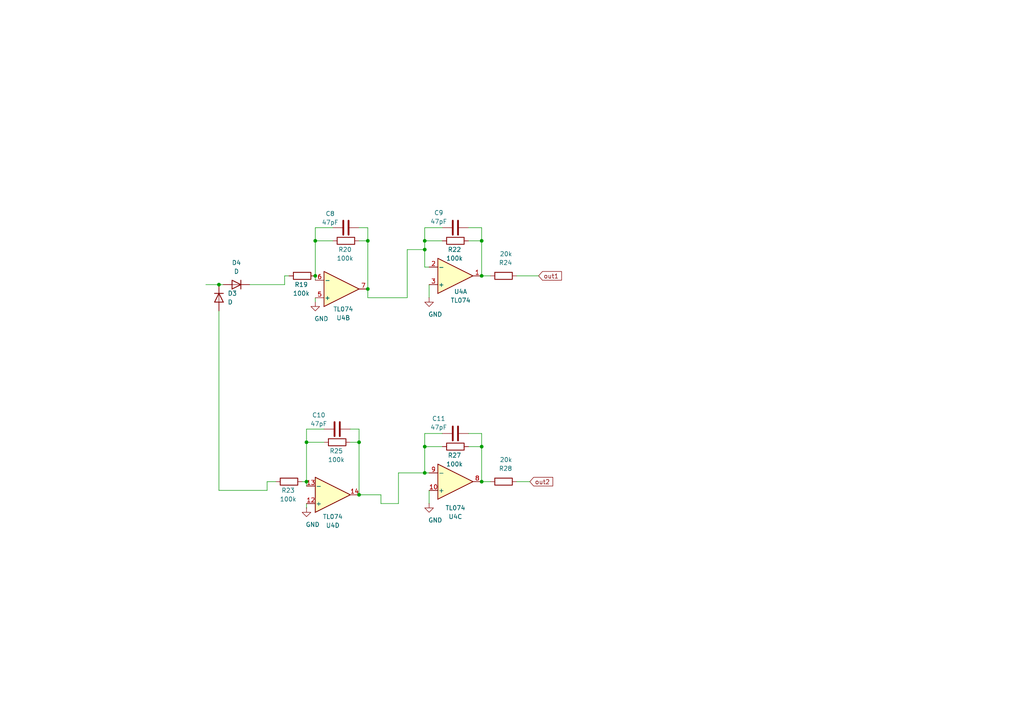
<source format=kicad_sch>
(kicad_sch (version 20231120) (generator "eeschema") (generator_version "8.0")
  (paper "A4")
  (lib_symbols
    (symbol "Amplifier_Operational:TL074" (pin_names (offset 0.127))
      (property "Reference" "U" (at 0 5.08 0))
      (property "Value" "TL074" (at 0 -5.08 0))
      (symbol "TL074_1_1"
        (polyline (pts (xy -5.08 5.08) (xy 5.08 0) (xy -5.08 -5.08) (xy -5.08 5.08)) (stroke (width 0.254)) (fill (type background)))
        (pin output line (at 7.62 0 180) (length 2.54) (name "~") (number "1"))
        (pin input line (at -7.62 -2.54 0) (length 2.54) (name "-") (number "2"))
        (pin input line (at -7.62 2.54 0) (length 2.54) (name "+") (number "3"))
      )
      (symbol "TL074_2_1"
        (polyline (pts (xy -5.08 5.08) (xy 5.08 0) (xy -5.08 -5.08) (xy -5.08 5.08)) (stroke (width 0.254)) (fill (type background)))
        (pin input line (at -7.62 2.54 0) (length 2.54) (name "+") (number "5"))
        (pin input line (at -7.62 -2.54 0) (length 2.54) (name "-") (number "6"))
        (pin output line (at 7.62 0 180) (length 2.54) (name "~") (number "7"))
      )
      (symbol "TL074_3_1"
        (polyline (pts (xy -5.08 5.08) (xy 5.08 0) (xy -5.08 -5.08) (xy -5.08 5.08)) (stroke (width 0.254)) (fill (type background)))
        (pin input line (at -7.62 2.54 0) (length 2.54) (name "+") (number "10"))
        (pin output line (at 7.62 0 180) (length 2.54) (name "~") (number "8"))
        (pin input line (at -7.62 -2.54 0) (length 2.54) (name "-") (number "9"))
      )
      (symbol "TL074_4_1"
        (polyline (pts (xy -5.08 5.08) (xy 5.08 0) (xy -5.08 -5.08) (xy -5.08 5.08)) (stroke (width 0.254)) (fill (type background)))
        (pin input line (at -7.62 2.54 0) (length 2.54) (name "+") (number "12"))
        (pin input line (at -7.62 -2.54 0) (length 2.54) (name "-") (number "13"))
        (pin output line (at 7.62 0 180) (length 2.54) (name "~") (number "14"))
      )
      (symbol "TL074_5_1"
        (pin power_in line (at -2.54 -7.62 90) (length 3.81) (name "V-") (number "11"))
        (pin power_in line (at -2.54 7.62 270) (length 3.81) (name "V+") (number "4"))
      )
    )
    (symbol "Device:C" (pin_numbers hide) (pin_names (offset 0.254))
      (property "Reference" "C" (at 0.635 2.54 0))
      (property "Value" "C" (at 0.635 -2.54 0))
      (symbol "C_0_1"
        (polyline (pts (xy -2.032 -0.762) (xy 2.032 -0.762)) (stroke (width 0.508)))
        (polyline (pts (xy -2.032 0.762) (xy 2.032 0.762)) (stroke (width 0.508)))
      )
      (symbol "C_1_1"
        (pin passive line (at 0 3.81 270) (length 2.794) (name "~") (number "1"))
        (pin passive line (at 0 -3.81 90) (length 2.794) (name "~") (number "2"))
      )
    )
    (symbol "Device:D" (pin_numbers hide) (pin_names (offset 1.016) hide)
      (property "Reference" "D" (at 0 2.54 0))
      (property "Value" "D" (at 0 -2.54 0))
      (symbol "D_0_1"
        (polyline (pts (xy -1.27 1.27) (xy -1.27 -1.27)) (stroke (width 0.254)))
        (polyline (pts (xy 1.27 0) (xy -1.27 0)))
        (polyline (pts (xy 1.27 1.27) (xy 1.27 -1.27) (xy -1.27 0) (xy 1.27 1.27)) (stroke (width 0.254)))
      )
      (symbol "D_1_1"
        (pin passive line (at -3.81 0 0) (length 2.54) (name "K") (number "1"))
        (pin passive line (at 3.81 0 180) (length 2.54) (name "A") (number "2"))
      )
    )
    (symbol "Device:R" (pin_numbers hide) (pin_names (offset 0))
      (property "Reference" "R" (at 2.032 0 90))
      (property "Value" "R" (at 0 0 90))
      (symbol "R_0_1"
        (rectangle (start -1.016 -2.54) (end 1.016 2.54) (stroke (width 0.254)))
      )
      (symbol "R_1_1"
        (pin passive line (at 0 3.81 270) (length 1.27) (name "~") (number "1"))
        (pin passive line (at 0 -3.81 90) (length 1.27) (name "~") (number "2"))
      )
    )
    (symbol "power:GND" (power) (pin_numbers hide) (pin_names (offset 0) hide)
      (property "Value" "GND" (at 0 -3.81 0))
      (symbol "GND_0_1"
        (polyline (pts (xy 0 0) (xy 0 -1.27) (xy 1.27 -1.27) (xy 0 -2.54) (xy -1.27 -1.27) (xy 0 -1.27)))
      )
      (symbol "GND_1_1"
        (pin power_in line (at 0 0 270) (length 0) (name "~") (number "1"))
      )
    )
  )
  (junction (at 91.44 69.85))
  (junction (at 123.19 137.16))
  (junction (at 106.68 69.85))
  (junction (at 123.19 129.54))
  (junction (at 63.5 82.55))
  (junction (at 91.44 80.01))
  (junction (at 104.14 128.27))
  (junction (at 139.7 139.7))
  (junction (at 123.19 69.85))
  (junction (at 123.19 72.39))
  (junction (at 139.7 80.01))
  (junction (at 104.14 143.51))
  (junction (at 139.7 69.85))
  (junction (at 139.7 129.54))
  (junction (at 88.9 128.27))
  (junction (at 106.68 83.82))
  (junction (at 88.9 139.7))
  (wire (pts (xy 91.44 69.85) (xy 96.52 69.85)))
  (wire (pts (xy 135.89 69.85) (xy 139.7 69.85)))
  (wire (pts (xy 91.44 69.85) (xy 91.44 80.01)))
  (wire (pts (xy 149.86 80.01) (xy 156.21 80.01)))
  (wire (pts (xy 104.14 124.46) (xy 101.6 124.46)))
  (wire (pts (xy 63.5 90.17) (xy 63.5 142.24)))
  (wire (pts (xy 149.86 139.7) (xy 153.67 139.7)))
  (wire (pts (xy 139.7 139.7) (xy 142.24 139.7)))
  (wire (pts (xy 123.19 72.39) (xy 123.19 77.47)))
  (wire (pts (xy 77.47 139.7) (xy 80.01 139.7)))
  (wire (pts (xy 139.7 129.54) (xy 139.7 139.7)))
  (wire (pts (xy 115.57 137.16) (xy 123.19 137.16)))
  (wire (pts (xy 104.14 143.51) (xy 110.49 143.51)))
  (wire (pts (xy 110.49 146.05) (xy 115.57 146.05)))
  (wire (pts (xy 123.19 66.04) (xy 128.27 66.04)))
  (wire (pts (xy 106.68 66.04) (xy 104.14 66.04)))
  (wire (pts (xy 88.9 124.46) (xy 93.98 124.46)))
  (wire (pts (xy 123.19 69.85) (xy 123.19 72.39)))
  (wire (pts (xy 72.39 82.55) (xy 82.55 82.55)))
  (wire (pts (xy 139.7 66.04) (xy 139.7 69.85)))
  (wire (pts (xy 123.19 125.73) (xy 123.19 129.54)))
  (wire (pts (xy 88.9 139.7) (xy 87.63 139.7)))
  (wire (pts (xy 104.14 128.27) (xy 104.14 143.51)))
  (wire (pts (xy 106.68 69.85) (xy 106.68 83.82)))
  (wire (pts (xy 115.57 137.16) (xy 115.57 146.05)))
  (wire (pts (xy 123.19 125.73) (xy 128.27 125.73)))
  (wire (pts (xy 88.9 128.27) (xy 93.98 128.27)))
  (wire (pts (xy 118.11 72.39) (xy 123.19 72.39)))
  (wire (pts (xy 139.7 125.73) (xy 135.89 125.73)))
  (wire (pts (xy 106.68 86.36) (xy 106.68 83.82)))
  (wire (pts (xy 77.47 139.7) (xy 77.47 142.24)))
  (wire (pts (xy 123.19 69.85) (xy 128.27 69.85)))
  (wire (pts (xy 123.19 129.54) (xy 128.27 129.54)))
  (wire (pts (xy 123.19 137.16) (xy 124.46 137.16)))
  (wire (pts (xy 139.7 80.01) (xy 142.24 80.01)))
  (wire (pts (xy 63.5 82.55) (xy 64.77 82.55)))
  (wire (pts (xy 91.44 81.28) (xy 91.44 80.01)))
  (wire (pts (xy 106.68 66.04) (xy 106.68 69.85)))
  (wire (pts (xy 88.9 128.27) (xy 88.9 139.7)))
  (wire (pts (xy 124.46 86.36) (xy 124.46 82.55)))
  (wire (pts (xy 88.9 146.05) (xy 88.9 147.32)))
  (wire (pts (xy 82.55 80.01) (xy 82.55 82.55)))
  (wire (pts (xy 101.6 128.27) (xy 104.14 128.27)))
  (wire (pts (xy 123.19 77.47) (xy 124.46 77.47)))
  (wire (pts (xy 104.14 69.85) (xy 106.68 69.85)))
  (wire (pts (xy 139.7 69.85) (xy 139.7 80.01)))
  (wire (pts (xy 139.7 125.73) (xy 139.7 129.54)))
  (wire (pts (xy 123.19 129.54) (xy 123.19 137.16)))
  (wire (pts (xy 106.68 86.36) (xy 118.11 86.36)))
  (wire (pts (xy 139.7 66.04) (xy 135.89 66.04)))
  (wire (pts (xy 110.49 143.51) (xy 110.49 146.05)))
  (wire (pts (xy 91.44 87.63) (xy 91.44 86.36)))
  (wire (pts (xy 124.46 146.05) (xy 124.46 142.24)))
  (wire (pts (xy 88.9 124.46) (xy 88.9 128.27)))
  (wire (pts (xy 88.9 140.97) (xy 88.9 139.7)))
  (wire (pts (xy 118.11 72.39) (xy 118.11 86.36)))
  (wire (pts (xy 83.82 80.01) (xy 82.55 80.01)))
  (wire (pts (xy 135.89 129.54) (xy 139.7 129.54)))
  (wire (pts (xy 104.14 124.46) (xy 104.14 128.27)))
  (wire (pts (xy 123.19 66.04) (xy 123.19 69.85)))
  (wire (pts (xy 91.44 66.04) (xy 91.44 69.85)))
  (wire (pts (xy 59.69 82.55) (xy 63.5 82.55)))
  (wire (pts (xy 63.5 142.24) (xy 77.47 142.24)))
  (wire (pts (xy 91.44 66.04) (xy 96.52 66.04)))
  (global_label "out1" (shape input) (at 156.21 80.01 0) (property "Intersheetrefs" "${INTERSHEET_REFS}" (effects (hide yes))))
  (global_label "out2" (shape input) (at 153.67 139.7 0) (property "Intersheetrefs" "${INTERSHEET_REFS}" (effects (hide yes))))
  (symbol (lib_id "Device:R") (at 146.05 139.7 90) (unit 1)
    (property "Reference" "R28" (at 148.59 135.8901 90) (effects (justify left)))
    (property "Value" "20k" (at 148.59 133.3501 90) (effects (justify left)))
    (property "Description" "Resistor" (effects (hide yes)))
  )
  (symbol (lib_id "Device:R") (at 83.82 139.7 270) (mirror x) (unit 1)
    (property "Reference" "R23" (at 83.566 142.24 90))
    (property "Value" "100k" (at 83.566 144.78 90))
    (property "Description" "Resistor" (effects (hide yes)))
  )
  (symbol (lib_id "Amplifier_Operational:TL074") (at 132.08 80.01 0) (mirror x) (unit 1)
    (property "Reference" "U4" (at 133.604 84.582 0))
    (property "Value" "TL074" (at 133.604 87.122 0))
    (property "Datasheet" "http://www.ti.com/lit/ds/symlink/tl071.pdf" (effects (hide yes)))
    (property "Description" "Quad Low-Noise JFET-Input Operational Amplifiers, DIP-14/SOIC-14" (effects (hide yes)))
    (property "Sim.Library" "/home/moritz/spice_models/TL074-quad.lib" (effects (hide yes)))
    (property "Sim.Name" "TL074c" (effects (hide yes)))
    (property "Sim.Device" "SUBCKT" (effects (hide yes)))
    (property "Sim.Pins" "1=1out 2=1in- 3=1in+ 4=vcc+ 5=2in+ 6=2in- 7=2out 8=3out 9=3in- 10=3in+ 11=vcc- 12=4in+ 13=4in- 14=4out" (effects (hide yes)))
  )
  (symbol (lib_id "Device:R") (at 100.33 69.85 270) (mirror x) (unit 1)
    (property "Reference" "R20" (at 100.076 72.39 90))
    (property "Value" "100k" (at 100.076 74.93 90))
    (property "Description" "Resistor" (effects (hide yes)))
  )
  (symbol (lib_id "Amplifier_Operational:TL074") (at 96.52 143.51 0) (mirror x) (unit 4)
    (property "Reference" "U4" (at 96.52 152.4 0))
    (property "Value" "TL074" (at 96.52 149.86 0))
    (property "Datasheet" "http://www.ti.com/lit/ds/symlink/tl071.pdf" (effects (hide yes)))
    (property "Description" "Quad Low-Noise JFET-Input Operational Amplifiers, DIP-14/SOIC-14" (effects (hide yes)))
    (property "Sim.Library" "/home/moritz/spice_models/TL074-quad.lib" (effects (hide yes)))
    (property "Sim.Name" "TL074c" (effects (hide yes)))
    (property "Sim.Device" "SUBCKT" (effects (hide yes)))
    (property "Sim.Pins" "1=1out 2=1in- 3=1in+ 4=vcc+ 5=2in+ 6=2in- 7=2out 8=3out 9=3in- 10=3in+ 11=vcc- 12=4in+ 13=4in- 14=4out" (effects (hide yes)))
  )
  (symbol (lib_id "Amplifier_Operational:TL074") (at 132.08 139.7 0) (mirror x) (unit 3)
    (property "Reference" "U4" (at 132.08 149.86 0))
    (property "Value" "TL074" (at 132.08 147.32 0))
    (property "Datasheet" "http://www.ti.com/lit/ds/symlink/tl071.pdf" (effects (hide yes)))
    (property "Description" "Quad Low-Noise JFET-Input Operational Amplifiers, DIP-14/SOIC-14" (effects (hide yes)))
    (property "Sim.Library" "/home/moritz/spice_models/TL074-quad.lib" (effects (hide yes)))
    (property "Sim.Name" "TL074c" (effects (hide yes)))
    (property "Sim.Device" "SUBCKT" (effects (hide yes)))
    (property "Sim.Pins" "1=1out 2=1in- 3=1in+ 4=vcc+ 5=2in+ 6=2in- 7=2out 8=3out 9=3in- 10=3in+ 11=vcc- 12=4in+ 13=4in- 14=4out" (effects (hide yes)))
  )
  (symbol (lib_id "Amplifier_Operational:TL074") (at 99.06 83.82 0) (mirror x) (unit 2)
    (property "Reference" "U4" (at 99.568 92.202 0))
    (property "Value" "TL074" (at 99.568 89.662 0))
    (property "Datasheet" "http://www.ti.com/lit/ds/symlink/tl071.pdf" (effects (hide yes)))
    (property "Description" "Quad Low-Noise JFET-Input Operational Amplifiers, DIP-14/SOIC-14" (effects (hide yes)))
    (property "Sim.Library" "/home/moritz/spice_models/TL074-quad.lib" (effects (hide yes)))
    (property "Sim.Name" "TL074c" (effects (hide yes)))
    (property "Sim.Device" "SUBCKT" (effects (hide yes)))
    (property "Sim.Pins" "1=1out 2=1in- 3=1in+ 4=vcc+ 5=2in+ 6=2in- 7=2out 8=3out 9=3in- 10=3in+ 11=vcc- 12=4in+ 13=4in- 14=4out" (effects (hide yes)))
  )
  (symbol (lib_id "Device:R") (at 87.63 80.01 270) (mirror x) (unit 1)
    (property "Reference" "R19" (at 87.376 82.55 90))
    (property "Value" "100k" (at 87.376 85.09 90))
    (property "Description" "Resistor" (effects (hide yes)))
  )
  (symbol (lib_id "Device:R") (at 146.05 80.01 90) (unit 1)
    (property "Reference" "R24" (at 148.59 76.2001 90) (effects (justify left)))
    (property "Value" "20k" (at 148.59 73.6601 90) (effects (justify left)))
    (property "Description" "Resistor" (effects (hide yes)))
  )
  (symbol (lib_id "Device:R") (at 132.08 129.54 270) (mirror x) (unit 1)
    (property "Reference" "R27" (at 131.826 132.08 90))
    (property "Value" "100k" (at 131.826 134.62 90))
    (property "Description" "Resistor" (effects (hide yes)))
  )
  (symbol (lib_id "Device:D") (at 68.58 82.55 180) (unit 1)
    (property "Reference" "D4" (at 68.58 76.2 0))
    (property "Value" "D" (at 68.58 78.74 0))
    (property "Description" "Diode" (effects (hide yes)))
    (property "Sim.Device" "D" (effects (hide yes)))
    (property "Sim.Pins" "1=K 2=A" (effects (hide yes)))
    (property "Sim.Library" "/home/moritz/spice_models/1N4148" (effects (hide yes)))
    (property "Sim.Name" "1N4148" (effects (hide yes)))
  )
  (symbol (lib_id "Device:C") (at 132.08 125.73 90) (unit 1)
    (property "Reference" "C11" (at 127.254 121.412 90))
    (property "Value" "47pF" (at 127.254 123.952 90))
    (property "Description" "Unpolarized capacitor" (effects (hide yes)))
  )
  (symbol (lib_id "power:GND") (at 91.44 87.63 0) (unit 1)
    (property "Reference" "#PWR028" (effects (hide yes)))
    (property "Value" "GND" (at 93.218 92.456 0))
    (property "Description" "Power symbol creates a global label with name \"GND\" , ground" (effects (hide yes)))
  )
  (symbol (lib_id "Device:C") (at 97.79 124.46 90) (unit 1)
    (property "Reference" "C10" (at 92.456 120.396 90))
    (property "Value" "47pF" (at 92.456 122.936 90))
    (property "Description" "Unpolarized capacitor" (effects (hide yes)))
  )
  (symbol (lib_id "power:GND") (at 88.9 147.32 0) (unit 1)
    (property "Reference" "#PWR032" (effects (hide yes)))
    (property "Value" "GND" (at 90.678 152.146 0))
    (property "Description" "Power symbol creates a global label with name \"GND\" , ground" (effects (hide yes)))
  )
  (symbol (lib_id "Device:C") (at 100.33 66.04 90) (unit 1)
    (property "Reference" "C8" (at 95.758 61.976 90))
    (property "Value" "47pF" (at 95.758 64.516 90))
    (property "Description" "Unpolarized capacitor" (effects (hide yes)))
  )
  (symbol (lib_id "Device:R") (at 132.08 69.85 270) (mirror x) (unit 1)
    (property "Reference" "R22" (at 131.826 72.39 90))
    (property "Value" "100k" (at 131.826 74.93 90))
    (property "Description" "Resistor" (effects (hide yes)))
  )
  (symbol (lib_id "Device:D") (at 63.5 86.36 270) (unit 1)
    (property "Reference" "D3" (at 66.04 85.0899 90) (effects (justify left)))
    (property "Value" "D" (at 66.04 87.6299 90) (effects (justify left)))
    (property "Description" "Diode" (effects (hide yes)))
    (property "Sim.Device" "D" (effects (hide yes)))
    (property "Sim.Pins" "1=K 2=A" (effects (hide yes)))
  )
  (symbol (lib_id "power:GND") (at 124.46 146.05 0) (unit 1)
    (property "Reference" "#PWR035" (effects (hide yes)))
    (property "Value" "GND" (at 126.238 150.876 0))
    (property "Description" "Power symbol creates a global label with name \"GND\" , ground" (effects (hide yes)))
  )
  (symbol (lib_id "power:GND") (at 124.46 86.36 0) (unit 1)
    (property "Reference" "#PWR026" (effects (hide yes)))
    (property "Value" "GND" (at 126.238 91.186 0))
    (property "Description" "Power symbol creates a global label with name \"GND\" , ground" (effects (hide yes)))
  )
  (symbol (lib_id "Device:C") (at 132.08 66.04 90) (unit 1)
    (property "Reference" "C9" (at 127.254 61.722 90))
    (property "Value" "47pF" (at 127.254 64.262 90))
    (property "Description" "Unpolarized capacitor" (effects (hide yes)))
  )
  (symbol (lib_id "Device:R") (at 97.79 128.27 270) (mirror x) (unit 1)
    (property "Reference" "R25" (at 97.536 130.81 90))
    (property "Value" "100k" (at 97.536 133.35 90))
    (property "Description" "Resistor" (effects (hide yes)))
  )
)
</source>
